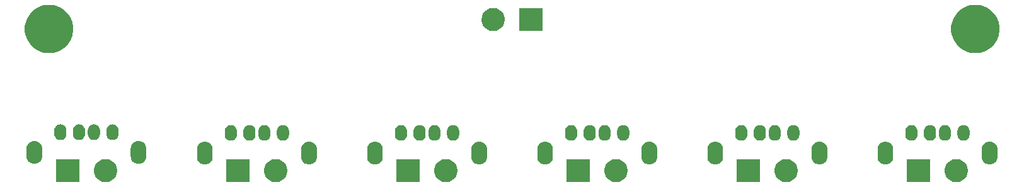
<source format=gbr>
G04 #@! TF.GenerationSoftware,KiCad,Pcbnew,5.1.6*
G04 #@! TF.CreationDate,2020-05-20T11:34:49+02:00*
G04 #@! TF.ProjectId,5V_power_dist,35565f70-6f77-4657-925f-646973742e6b,rev?*
G04 #@! TF.SameCoordinates,Original*
G04 #@! TF.FileFunction,Soldermask,Bot*
G04 #@! TF.FilePolarity,Negative*
%FSLAX46Y46*%
G04 Gerber Fmt 4.6, Leading zero omitted, Abs format (unit mm)*
G04 Created by KiCad (PCBNEW 5.1.6) date 2020-05-20 11:34:49*
%MOMM*%
%LPD*%
G01*
G04 APERTURE LIST*
%ADD10C,0.100000*%
G04 APERTURE END LIST*
D10*
G36*
X124762585Y-93728802D02*
G01*
X124912410Y-93758604D01*
X125194674Y-93875521D01*
X125448705Y-94045259D01*
X125664741Y-94261295D01*
X125834479Y-94515326D01*
X125951396Y-94797590D01*
X126011000Y-95097240D01*
X126011000Y-95402760D01*
X125951396Y-95702410D01*
X125834479Y-95984674D01*
X125664741Y-96238705D01*
X125448705Y-96454741D01*
X125194674Y-96624479D01*
X124912410Y-96741396D01*
X124762585Y-96771198D01*
X124612761Y-96801000D01*
X124307239Y-96801000D01*
X124157415Y-96771198D01*
X124007590Y-96741396D01*
X123725326Y-96624479D01*
X123471295Y-96454741D01*
X123255259Y-96238705D01*
X123085521Y-95984674D01*
X122968604Y-95702410D01*
X122909000Y-95402760D01*
X122909000Y-95097240D01*
X122968604Y-94797590D01*
X123085521Y-94515326D01*
X123255259Y-94261295D01*
X123471295Y-94045259D01*
X123725326Y-93875521D01*
X124007590Y-93758604D01*
X124157415Y-93728802D01*
X124307239Y-93699000D01*
X124612761Y-93699000D01*
X124762585Y-93728802D01*
G37*
G36*
X212371000Y-96801000D02*
G01*
X209269000Y-96801000D01*
X209269000Y-93699000D01*
X212371000Y-93699000D01*
X212371000Y-96801000D01*
G37*
G36*
X98071000Y-96801000D02*
G01*
X94969000Y-96801000D01*
X94969000Y-93699000D01*
X98071000Y-93699000D01*
X98071000Y-96801000D01*
G37*
G36*
X101902585Y-93728802D02*
G01*
X102052410Y-93758604D01*
X102334674Y-93875521D01*
X102588705Y-94045259D01*
X102804741Y-94261295D01*
X102974479Y-94515326D01*
X103091396Y-94797590D01*
X103151000Y-95097240D01*
X103151000Y-95402760D01*
X103091396Y-95702410D01*
X102974479Y-95984674D01*
X102804741Y-96238705D01*
X102588705Y-96454741D01*
X102334674Y-96624479D01*
X102052410Y-96741396D01*
X101902585Y-96771198D01*
X101752761Y-96801000D01*
X101447239Y-96801000D01*
X101297415Y-96771198D01*
X101147590Y-96741396D01*
X100865326Y-96624479D01*
X100611295Y-96454741D01*
X100395259Y-96238705D01*
X100225521Y-95984674D01*
X100108604Y-95702410D01*
X100049000Y-95402760D01*
X100049000Y-95097240D01*
X100108604Y-94797590D01*
X100225521Y-94515326D01*
X100395259Y-94261295D01*
X100611295Y-94045259D01*
X100865326Y-93875521D01*
X101147590Y-93758604D01*
X101297415Y-93728802D01*
X101447239Y-93699000D01*
X101752761Y-93699000D01*
X101902585Y-93728802D01*
G37*
G36*
X189511000Y-96801000D02*
G01*
X186409000Y-96801000D01*
X186409000Y-93699000D01*
X189511000Y-93699000D01*
X189511000Y-96801000D01*
G37*
G36*
X193342585Y-93728802D02*
G01*
X193492410Y-93758604D01*
X193774674Y-93875521D01*
X194028705Y-94045259D01*
X194244741Y-94261295D01*
X194414479Y-94515326D01*
X194531396Y-94797590D01*
X194591000Y-95097240D01*
X194591000Y-95402760D01*
X194531396Y-95702410D01*
X194414479Y-95984674D01*
X194244741Y-96238705D01*
X194028705Y-96454741D01*
X193774674Y-96624479D01*
X193492410Y-96741396D01*
X193342585Y-96771198D01*
X193192761Y-96801000D01*
X192887239Y-96801000D01*
X192737415Y-96771198D01*
X192587590Y-96741396D01*
X192305326Y-96624479D01*
X192051295Y-96454741D01*
X191835259Y-96238705D01*
X191665521Y-95984674D01*
X191548604Y-95702410D01*
X191489000Y-95402760D01*
X191489000Y-95097240D01*
X191548604Y-94797590D01*
X191665521Y-94515326D01*
X191835259Y-94261295D01*
X192051295Y-94045259D01*
X192305326Y-93875521D01*
X192587590Y-93758604D01*
X192737415Y-93728802D01*
X192887239Y-93699000D01*
X193192761Y-93699000D01*
X193342585Y-93728802D01*
G37*
G36*
X143791000Y-96801000D02*
G01*
X140689000Y-96801000D01*
X140689000Y-93699000D01*
X143791000Y-93699000D01*
X143791000Y-96801000D01*
G37*
G36*
X147622585Y-93728802D02*
G01*
X147772410Y-93758604D01*
X148054674Y-93875521D01*
X148308705Y-94045259D01*
X148524741Y-94261295D01*
X148694479Y-94515326D01*
X148811396Y-94797590D01*
X148871000Y-95097240D01*
X148871000Y-95402760D01*
X148811396Y-95702410D01*
X148694479Y-95984674D01*
X148524741Y-96238705D01*
X148308705Y-96454741D01*
X148054674Y-96624479D01*
X147772410Y-96741396D01*
X147622585Y-96771198D01*
X147472761Y-96801000D01*
X147167239Y-96801000D01*
X147017415Y-96771198D01*
X146867590Y-96741396D01*
X146585326Y-96624479D01*
X146331295Y-96454741D01*
X146115259Y-96238705D01*
X145945521Y-95984674D01*
X145828604Y-95702410D01*
X145769000Y-95402760D01*
X145769000Y-95097240D01*
X145828604Y-94797590D01*
X145945521Y-94515326D01*
X146115259Y-94261295D01*
X146331295Y-94045259D01*
X146585326Y-93875521D01*
X146867590Y-93758604D01*
X147017415Y-93728802D01*
X147167239Y-93699000D01*
X147472761Y-93699000D01*
X147622585Y-93728802D01*
G37*
G36*
X216202585Y-93728802D02*
G01*
X216352410Y-93758604D01*
X216634674Y-93875521D01*
X216888705Y-94045259D01*
X217104741Y-94261295D01*
X217274479Y-94515326D01*
X217391396Y-94797590D01*
X217451000Y-95097240D01*
X217451000Y-95402760D01*
X217391396Y-95702410D01*
X217274479Y-95984674D01*
X217104741Y-96238705D01*
X216888705Y-96454741D01*
X216634674Y-96624479D01*
X216352410Y-96741396D01*
X216202585Y-96771198D01*
X216052761Y-96801000D01*
X215747239Y-96801000D01*
X215597415Y-96771198D01*
X215447590Y-96741396D01*
X215165326Y-96624479D01*
X214911295Y-96454741D01*
X214695259Y-96238705D01*
X214525521Y-95984674D01*
X214408604Y-95702410D01*
X214349000Y-95402760D01*
X214349000Y-95097240D01*
X214408604Y-94797590D01*
X214525521Y-94515326D01*
X214695259Y-94261295D01*
X214911295Y-94045259D01*
X215165326Y-93875521D01*
X215447590Y-93758604D01*
X215597415Y-93728802D01*
X215747239Y-93699000D01*
X216052761Y-93699000D01*
X216202585Y-93728802D01*
G37*
G36*
X166651000Y-96801000D02*
G01*
X163549000Y-96801000D01*
X163549000Y-93699000D01*
X166651000Y-93699000D01*
X166651000Y-96801000D01*
G37*
G36*
X170482585Y-93728802D02*
G01*
X170632410Y-93758604D01*
X170914674Y-93875521D01*
X171168705Y-94045259D01*
X171384741Y-94261295D01*
X171554479Y-94515326D01*
X171671396Y-94797590D01*
X171731000Y-95097240D01*
X171731000Y-95402760D01*
X171671396Y-95702410D01*
X171554479Y-95984674D01*
X171384741Y-96238705D01*
X171168705Y-96454741D01*
X170914674Y-96624479D01*
X170632410Y-96741396D01*
X170482585Y-96771198D01*
X170332761Y-96801000D01*
X170027239Y-96801000D01*
X169877415Y-96771198D01*
X169727590Y-96741396D01*
X169445326Y-96624479D01*
X169191295Y-96454741D01*
X168975259Y-96238705D01*
X168805521Y-95984674D01*
X168688604Y-95702410D01*
X168629000Y-95402760D01*
X168629000Y-95097240D01*
X168688604Y-94797590D01*
X168805521Y-94515326D01*
X168975259Y-94261295D01*
X169191295Y-94045259D01*
X169445326Y-93875521D01*
X169727590Y-93758604D01*
X169877415Y-93728802D01*
X170027239Y-93699000D01*
X170332761Y-93699000D01*
X170482585Y-93728802D01*
G37*
G36*
X120931000Y-96801000D02*
G01*
X117829000Y-96801000D01*
X117829000Y-93699000D01*
X120931000Y-93699000D01*
X120931000Y-96801000D01*
G37*
G36*
X220566031Y-91344207D02*
G01*
X220764145Y-91404305D01*
X220764148Y-91404306D01*
X220830030Y-91439521D01*
X220946729Y-91501897D01*
X221106765Y-91633235D01*
X221238103Y-91793271D01*
X221238104Y-91793273D01*
X221335694Y-91975851D01*
X221335694Y-91975852D01*
X221335695Y-91975854D01*
X221395793Y-92173968D01*
X221411000Y-92328370D01*
X221411000Y-93431630D01*
X221395793Y-93586032D01*
X221361524Y-93699000D01*
X221335694Y-93784149D01*
X221286854Y-93875521D01*
X221238103Y-93966729D01*
X221106765Y-94126765D01*
X220946729Y-94258103D01*
X220860975Y-94303939D01*
X220764149Y-94355694D01*
X220764146Y-94355695D01*
X220566032Y-94415793D01*
X220360000Y-94436085D01*
X220153969Y-94415793D01*
X219955855Y-94355695D01*
X219955852Y-94355694D01*
X219859026Y-94303939D01*
X219773272Y-94258103D01*
X219613236Y-94126765D01*
X219481898Y-93966729D01*
X219459184Y-93924234D01*
X219384305Y-93784147D01*
X219324207Y-93586030D01*
X219309000Y-93431631D01*
X219309000Y-92328370D01*
X219324207Y-92173971D01*
X219324207Y-92173969D01*
X219384305Y-91975855D01*
X219384306Y-91975852D01*
X219419521Y-91909970D01*
X219481897Y-91793271D01*
X219613235Y-91633235D01*
X219773271Y-91501897D01*
X219859025Y-91456061D01*
X219955851Y-91404306D01*
X219955854Y-91404305D01*
X220153968Y-91344207D01*
X220360000Y-91323915D01*
X220566031Y-91344207D01*
G37*
G36*
X197706031Y-91344207D02*
G01*
X197904145Y-91404305D01*
X197904148Y-91404306D01*
X197970030Y-91439521D01*
X198086729Y-91501897D01*
X198246765Y-91633235D01*
X198378103Y-91793271D01*
X198378104Y-91793273D01*
X198475694Y-91975851D01*
X198475694Y-91975852D01*
X198475695Y-91975854D01*
X198535793Y-92173968D01*
X198551000Y-92328370D01*
X198551000Y-93431630D01*
X198535793Y-93586032D01*
X198501524Y-93699000D01*
X198475694Y-93784149D01*
X198426854Y-93875521D01*
X198378103Y-93966729D01*
X198246765Y-94126765D01*
X198086729Y-94258103D01*
X198000975Y-94303939D01*
X197904149Y-94355694D01*
X197904146Y-94355695D01*
X197706032Y-94415793D01*
X197500000Y-94436085D01*
X197293969Y-94415793D01*
X197095855Y-94355695D01*
X197095852Y-94355694D01*
X196999026Y-94303939D01*
X196913272Y-94258103D01*
X196753236Y-94126765D01*
X196621898Y-93966729D01*
X196599184Y-93924234D01*
X196524305Y-93784147D01*
X196464207Y-93586030D01*
X196449000Y-93431631D01*
X196449000Y-92328370D01*
X196464207Y-92173971D01*
X196464207Y-92173969D01*
X196524305Y-91975855D01*
X196524306Y-91975852D01*
X196559521Y-91909970D01*
X196621897Y-91793271D01*
X196753235Y-91633235D01*
X196913271Y-91501897D01*
X196999025Y-91456061D01*
X197095851Y-91404306D01*
X197095854Y-91404305D01*
X197293968Y-91344207D01*
X197500000Y-91323915D01*
X197706031Y-91344207D01*
G37*
G36*
X183706031Y-91344207D02*
G01*
X183904145Y-91404305D01*
X183904148Y-91404306D01*
X183970030Y-91439521D01*
X184086729Y-91501897D01*
X184246765Y-91633235D01*
X184378103Y-91793271D01*
X184378104Y-91793273D01*
X184475694Y-91975851D01*
X184475694Y-91975852D01*
X184475695Y-91975854D01*
X184535793Y-92173968D01*
X184551000Y-92328370D01*
X184551000Y-93431630D01*
X184535793Y-93586032D01*
X184501524Y-93699000D01*
X184475694Y-93784149D01*
X184426854Y-93875521D01*
X184378103Y-93966729D01*
X184246765Y-94126765D01*
X184086729Y-94258103D01*
X184000975Y-94303939D01*
X183904149Y-94355694D01*
X183904146Y-94355695D01*
X183706032Y-94415793D01*
X183500000Y-94436085D01*
X183293969Y-94415793D01*
X183095855Y-94355695D01*
X183095852Y-94355694D01*
X182999026Y-94303939D01*
X182913272Y-94258103D01*
X182753236Y-94126765D01*
X182621898Y-93966729D01*
X182599184Y-93924235D01*
X182524305Y-93784147D01*
X182464207Y-93586030D01*
X182449000Y-93431631D01*
X182449000Y-92328370D01*
X182464207Y-92173971D01*
X182464207Y-92173969D01*
X182524305Y-91975855D01*
X182524306Y-91975852D01*
X182559521Y-91909970D01*
X182621897Y-91793271D01*
X182753235Y-91633235D01*
X182913271Y-91501897D01*
X182999025Y-91456061D01*
X183095851Y-91404306D01*
X183095854Y-91404305D01*
X183293968Y-91344207D01*
X183500000Y-91323915D01*
X183706031Y-91344207D01*
G37*
G36*
X137986031Y-91344207D02*
G01*
X138184145Y-91404305D01*
X138184148Y-91404306D01*
X138250030Y-91439521D01*
X138366729Y-91501897D01*
X138526765Y-91633235D01*
X138658103Y-91793271D01*
X138658104Y-91793273D01*
X138755694Y-91975851D01*
X138755694Y-91975852D01*
X138755695Y-91975854D01*
X138815793Y-92173968D01*
X138831000Y-92328370D01*
X138831000Y-93431630D01*
X138815793Y-93586032D01*
X138781524Y-93699000D01*
X138755694Y-93784149D01*
X138706854Y-93875521D01*
X138658103Y-93966729D01*
X138526765Y-94126765D01*
X138366729Y-94258103D01*
X138280975Y-94303939D01*
X138184149Y-94355694D01*
X138184146Y-94355695D01*
X137986032Y-94415793D01*
X137780000Y-94436085D01*
X137573969Y-94415793D01*
X137375855Y-94355695D01*
X137375852Y-94355694D01*
X137279026Y-94303939D01*
X137193272Y-94258103D01*
X137033236Y-94126765D01*
X136901898Y-93966729D01*
X136879184Y-93924235D01*
X136804305Y-93784147D01*
X136744207Y-93586030D01*
X136729000Y-93431631D01*
X136729000Y-92328370D01*
X136744207Y-92173971D01*
X136744207Y-92173969D01*
X136804305Y-91975855D01*
X136804306Y-91975852D01*
X136839521Y-91909970D01*
X136901897Y-91793271D01*
X137033235Y-91633235D01*
X137193271Y-91501897D01*
X137279025Y-91456061D01*
X137375851Y-91404306D01*
X137375854Y-91404305D01*
X137573968Y-91344207D01*
X137780000Y-91323915D01*
X137986031Y-91344207D01*
G37*
G36*
X151986031Y-91344207D02*
G01*
X152184145Y-91404305D01*
X152184148Y-91404306D01*
X152250030Y-91439521D01*
X152366729Y-91501897D01*
X152526765Y-91633235D01*
X152658103Y-91793271D01*
X152658104Y-91793273D01*
X152755694Y-91975851D01*
X152755694Y-91975852D01*
X152755695Y-91975854D01*
X152815793Y-92173968D01*
X152831000Y-92328370D01*
X152831000Y-93431630D01*
X152815793Y-93586032D01*
X152781524Y-93699000D01*
X152755694Y-93784149D01*
X152706854Y-93875521D01*
X152658103Y-93966729D01*
X152526765Y-94126765D01*
X152366729Y-94258103D01*
X152280975Y-94303939D01*
X152184149Y-94355694D01*
X152184146Y-94355695D01*
X151986032Y-94415793D01*
X151780000Y-94436085D01*
X151573969Y-94415793D01*
X151375855Y-94355695D01*
X151375852Y-94355694D01*
X151279026Y-94303939D01*
X151193272Y-94258103D01*
X151033236Y-94126765D01*
X150901898Y-93966729D01*
X150879184Y-93924235D01*
X150804305Y-93784147D01*
X150744207Y-93586030D01*
X150729000Y-93431631D01*
X150729000Y-92328370D01*
X150744207Y-92173971D01*
X150744207Y-92173969D01*
X150804305Y-91975855D01*
X150804306Y-91975852D01*
X150839521Y-91909970D01*
X150901897Y-91793271D01*
X151033235Y-91633235D01*
X151193271Y-91501897D01*
X151279025Y-91456061D01*
X151375851Y-91404306D01*
X151375854Y-91404305D01*
X151573968Y-91344207D01*
X151780000Y-91323915D01*
X151986031Y-91344207D01*
G37*
G36*
X206566031Y-91344207D02*
G01*
X206764145Y-91404305D01*
X206764148Y-91404306D01*
X206830030Y-91439521D01*
X206946729Y-91501897D01*
X207106765Y-91633235D01*
X207238103Y-91793271D01*
X207238104Y-91793273D01*
X207335694Y-91975851D01*
X207335694Y-91975852D01*
X207335695Y-91975854D01*
X207395793Y-92173968D01*
X207411000Y-92328370D01*
X207411000Y-93431630D01*
X207395793Y-93586032D01*
X207361524Y-93699000D01*
X207335694Y-93784149D01*
X207286854Y-93875521D01*
X207238103Y-93966729D01*
X207106765Y-94126765D01*
X206946729Y-94258103D01*
X206860975Y-94303939D01*
X206764149Y-94355694D01*
X206764146Y-94355695D01*
X206566032Y-94415793D01*
X206360000Y-94436085D01*
X206153969Y-94415793D01*
X205955855Y-94355695D01*
X205955852Y-94355694D01*
X205859026Y-94303939D01*
X205773272Y-94258103D01*
X205613236Y-94126765D01*
X205481898Y-93966729D01*
X205459184Y-93924234D01*
X205384305Y-93784147D01*
X205324207Y-93586030D01*
X205309000Y-93431631D01*
X205309000Y-92328370D01*
X205324207Y-92173971D01*
X205324207Y-92173969D01*
X205384305Y-91975855D01*
X205384306Y-91975852D01*
X205419521Y-91909970D01*
X205481897Y-91793271D01*
X205613235Y-91633235D01*
X205773271Y-91501897D01*
X205859025Y-91456061D01*
X205955851Y-91404306D01*
X205955854Y-91404305D01*
X206153968Y-91344207D01*
X206360000Y-91323915D01*
X206566031Y-91344207D01*
G37*
G36*
X174846031Y-91344207D02*
G01*
X175044145Y-91404305D01*
X175044148Y-91404306D01*
X175110030Y-91439521D01*
X175226729Y-91501897D01*
X175386765Y-91633235D01*
X175518103Y-91793271D01*
X175518104Y-91793273D01*
X175615694Y-91975851D01*
X175615694Y-91975852D01*
X175615695Y-91975854D01*
X175675793Y-92173968D01*
X175691000Y-92328370D01*
X175691000Y-93431630D01*
X175675793Y-93586032D01*
X175641524Y-93699000D01*
X175615694Y-93784149D01*
X175566854Y-93875521D01*
X175518103Y-93966729D01*
X175386765Y-94126765D01*
X175226729Y-94258103D01*
X175140975Y-94303939D01*
X175044149Y-94355694D01*
X175044146Y-94355695D01*
X174846032Y-94415793D01*
X174640000Y-94436085D01*
X174433969Y-94415793D01*
X174235855Y-94355695D01*
X174235852Y-94355694D01*
X174139026Y-94303939D01*
X174053272Y-94258103D01*
X173893236Y-94126765D01*
X173761898Y-93966729D01*
X173739184Y-93924235D01*
X173664305Y-93784147D01*
X173604207Y-93586030D01*
X173589000Y-93431631D01*
X173589000Y-92328370D01*
X173604207Y-92173971D01*
X173604207Y-92173969D01*
X173664305Y-91975855D01*
X173664306Y-91975852D01*
X173699521Y-91909970D01*
X173761897Y-91793271D01*
X173893235Y-91633235D01*
X174053271Y-91501897D01*
X174139025Y-91456061D01*
X174235851Y-91404306D01*
X174235854Y-91404305D01*
X174433968Y-91344207D01*
X174640000Y-91323915D01*
X174846031Y-91344207D01*
G37*
G36*
X160846031Y-91344207D02*
G01*
X161044145Y-91404305D01*
X161044148Y-91404306D01*
X161110030Y-91439521D01*
X161226729Y-91501897D01*
X161386765Y-91633235D01*
X161518103Y-91793271D01*
X161518104Y-91793273D01*
X161615694Y-91975851D01*
X161615694Y-91975852D01*
X161615695Y-91975854D01*
X161675793Y-92173968D01*
X161691000Y-92328370D01*
X161691000Y-93431630D01*
X161675793Y-93586032D01*
X161641524Y-93699000D01*
X161615694Y-93784149D01*
X161566854Y-93875521D01*
X161518103Y-93966729D01*
X161386765Y-94126765D01*
X161226729Y-94258103D01*
X161140975Y-94303939D01*
X161044149Y-94355694D01*
X161044146Y-94355695D01*
X160846032Y-94415793D01*
X160640000Y-94436085D01*
X160433969Y-94415793D01*
X160235855Y-94355695D01*
X160235852Y-94355694D01*
X160139026Y-94303939D01*
X160053272Y-94258103D01*
X159893236Y-94126765D01*
X159761898Y-93966729D01*
X159739184Y-93924235D01*
X159664305Y-93784147D01*
X159604207Y-93586030D01*
X159589000Y-93431631D01*
X159589000Y-92328370D01*
X159604207Y-92173971D01*
X159604207Y-92173969D01*
X159664305Y-91975855D01*
X159664306Y-91975852D01*
X159699521Y-91909970D01*
X159761897Y-91793271D01*
X159893235Y-91633235D01*
X160053271Y-91501897D01*
X160139025Y-91456061D01*
X160235851Y-91404306D01*
X160235854Y-91404305D01*
X160433968Y-91344207D01*
X160640000Y-91323915D01*
X160846031Y-91344207D01*
G37*
G36*
X129126031Y-91344207D02*
G01*
X129324145Y-91404305D01*
X129324148Y-91404306D01*
X129390030Y-91439521D01*
X129506729Y-91501897D01*
X129666765Y-91633235D01*
X129798103Y-91793271D01*
X129798104Y-91793273D01*
X129895694Y-91975851D01*
X129895694Y-91975852D01*
X129895695Y-91975854D01*
X129955793Y-92173968D01*
X129971000Y-92328370D01*
X129971000Y-93431630D01*
X129955793Y-93586032D01*
X129921524Y-93699000D01*
X129895694Y-93784149D01*
X129846854Y-93875521D01*
X129798103Y-93966729D01*
X129666765Y-94126765D01*
X129506729Y-94258103D01*
X129420975Y-94303939D01*
X129324149Y-94355694D01*
X129324146Y-94355695D01*
X129126032Y-94415793D01*
X128920000Y-94436085D01*
X128713969Y-94415793D01*
X128515855Y-94355695D01*
X128515852Y-94355694D01*
X128419026Y-94303939D01*
X128333272Y-94258103D01*
X128173236Y-94126765D01*
X128041898Y-93966729D01*
X128019184Y-93924235D01*
X127944305Y-93784147D01*
X127884207Y-93586030D01*
X127869000Y-93431631D01*
X127869000Y-92328370D01*
X127884207Y-92173971D01*
X127884207Y-92173969D01*
X127944305Y-91975855D01*
X127944306Y-91975852D01*
X127979521Y-91909970D01*
X128041897Y-91793271D01*
X128173235Y-91633235D01*
X128333271Y-91501897D01*
X128419025Y-91456061D01*
X128515851Y-91404306D01*
X128515854Y-91404305D01*
X128713968Y-91344207D01*
X128920000Y-91323915D01*
X129126031Y-91344207D01*
G37*
G36*
X115126031Y-91344207D02*
G01*
X115324145Y-91404305D01*
X115324148Y-91404306D01*
X115390030Y-91439521D01*
X115506729Y-91501897D01*
X115666765Y-91633235D01*
X115798103Y-91793271D01*
X115798104Y-91793273D01*
X115895694Y-91975851D01*
X115895694Y-91975852D01*
X115895695Y-91975854D01*
X115955793Y-92173968D01*
X115971000Y-92328370D01*
X115971000Y-93431630D01*
X115955793Y-93586032D01*
X115921524Y-93699000D01*
X115895694Y-93784149D01*
X115846854Y-93875521D01*
X115798103Y-93966729D01*
X115666765Y-94126765D01*
X115506729Y-94258103D01*
X115420975Y-94303939D01*
X115324149Y-94355694D01*
X115324146Y-94355695D01*
X115126032Y-94415793D01*
X114920000Y-94436085D01*
X114713969Y-94415793D01*
X114515855Y-94355695D01*
X114515852Y-94355694D01*
X114419026Y-94303939D01*
X114333272Y-94258103D01*
X114173236Y-94126765D01*
X114041898Y-93966729D01*
X114019184Y-93924235D01*
X113944305Y-93784147D01*
X113884207Y-93586030D01*
X113869000Y-93431631D01*
X113869000Y-92328370D01*
X113884207Y-92173971D01*
X113884207Y-92173969D01*
X113944305Y-91975855D01*
X113944306Y-91975852D01*
X113979521Y-91909970D01*
X114041897Y-91793271D01*
X114173235Y-91633235D01*
X114333271Y-91501897D01*
X114419025Y-91456061D01*
X114515851Y-91404306D01*
X114515854Y-91404305D01*
X114713968Y-91344207D01*
X114920000Y-91323915D01*
X115126031Y-91344207D01*
G37*
G36*
X92221030Y-91254207D02*
G01*
X92419144Y-91314305D01*
X92419147Y-91314306D01*
X92485029Y-91349521D01*
X92601728Y-91411897D01*
X92761764Y-91543235D01*
X92893102Y-91703271D01*
X92893103Y-91703273D01*
X92990693Y-91885851D01*
X92990693Y-91885852D01*
X92990694Y-91885854D01*
X93050792Y-92083968D01*
X93065999Y-92238370D01*
X93065999Y-93341630D01*
X93050792Y-93496032D01*
X93023491Y-93586030D01*
X92990693Y-93694149D01*
X92988100Y-93699000D01*
X92893102Y-93876729D01*
X92761764Y-94036765D01*
X92601728Y-94168103D01*
X92515974Y-94213939D01*
X92419148Y-94265694D01*
X92419145Y-94265695D01*
X92221031Y-94325793D01*
X92014999Y-94346085D01*
X91808968Y-94325793D01*
X91610854Y-94265695D01*
X91610851Y-94265694D01*
X91514025Y-94213939D01*
X91428271Y-94168103D01*
X91268235Y-94036765D01*
X91136897Y-93876729D01*
X91087411Y-93784147D01*
X91039304Y-93694147D01*
X90979206Y-93496030D01*
X90963999Y-93341631D01*
X90963999Y-92238370D01*
X90979206Y-92083971D01*
X90979206Y-92083969D01*
X91039304Y-91885855D01*
X91039305Y-91885852D01*
X91088791Y-91793271D01*
X91136896Y-91703271D01*
X91268234Y-91543235D01*
X91428270Y-91411897D01*
X91514024Y-91366061D01*
X91610850Y-91314306D01*
X91610853Y-91314305D01*
X91808967Y-91254207D01*
X92014999Y-91233915D01*
X92221030Y-91254207D01*
G37*
G36*
X106221030Y-91254207D02*
G01*
X106419144Y-91314305D01*
X106419147Y-91314306D01*
X106485029Y-91349521D01*
X106601728Y-91411897D01*
X106761764Y-91543235D01*
X106893102Y-91703271D01*
X106893103Y-91703273D01*
X106990693Y-91885851D01*
X106990693Y-91885852D01*
X106990694Y-91885854D01*
X107050792Y-92083968D01*
X107065999Y-92238370D01*
X107065999Y-93341630D01*
X107050792Y-93496032D01*
X107023491Y-93586030D01*
X106990693Y-93694149D01*
X106988100Y-93699000D01*
X106893102Y-93876729D01*
X106761764Y-94036765D01*
X106601728Y-94168103D01*
X106515974Y-94213939D01*
X106419148Y-94265694D01*
X106419145Y-94265695D01*
X106221031Y-94325793D01*
X106014999Y-94346085D01*
X105808968Y-94325793D01*
X105610854Y-94265695D01*
X105610851Y-94265694D01*
X105514025Y-94213939D01*
X105428271Y-94168103D01*
X105268235Y-94036765D01*
X105136897Y-93876729D01*
X105087411Y-93784147D01*
X105039304Y-93694147D01*
X104979206Y-93496030D01*
X104963999Y-93341631D01*
X104963999Y-92238370D01*
X104979206Y-92083971D01*
X104979206Y-92083969D01*
X105039304Y-91885855D01*
X105039305Y-91885852D01*
X105088791Y-91793271D01*
X105136896Y-91703271D01*
X105268234Y-91543235D01*
X105428270Y-91411897D01*
X105514024Y-91366061D01*
X105610850Y-91314306D01*
X105610853Y-91314305D01*
X105808967Y-91254207D01*
X106014999Y-91233915D01*
X106221030Y-91254207D01*
G37*
G36*
X168799375Y-89130764D02*
G01*
X168952626Y-89177252D01*
X168952629Y-89177253D01*
X169093863Y-89252744D01*
X169217659Y-89354341D01*
X169319256Y-89478137D01*
X169394747Y-89619370D01*
X169394747Y-89619371D01*
X169394748Y-89619373D01*
X169441236Y-89772624D01*
X169453000Y-89892067D01*
X169453000Y-90447932D01*
X169441236Y-90567376D01*
X169422049Y-90630627D01*
X169394747Y-90720630D01*
X169319256Y-90861863D01*
X169217659Y-90985659D01*
X169093863Y-91087256D01*
X168952630Y-91162747D01*
X168952627Y-91162748D01*
X168799376Y-91209236D01*
X168640000Y-91224933D01*
X168480625Y-91209236D01*
X168327374Y-91162748D01*
X168327371Y-91162747D01*
X168186138Y-91087256D01*
X168062342Y-90985659D01*
X167960746Y-90861865D01*
X167960745Y-90861863D01*
X167885252Y-90720627D01*
X167838764Y-90567376D01*
X167827000Y-90447933D01*
X167827000Y-89892068D01*
X167838764Y-89772625D01*
X167885252Y-89619374D01*
X167885253Y-89619371D01*
X167960744Y-89478137D01*
X168062341Y-89354341D01*
X168186137Y-89252744D01*
X168327370Y-89177253D01*
X168327373Y-89177252D01*
X168480624Y-89130764D01*
X168640000Y-89115067D01*
X168799375Y-89130764D01*
G37*
G36*
X171299375Y-89130764D02*
G01*
X171452626Y-89177252D01*
X171452629Y-89177253D01*
X171593863Y-89252744D01*
X171717659Y-89354341D01*
X171819256Y-89478137D01*
X171894747Y-89619370D01*
X171894747Y-89619371D01*
X171894748Y-89619373D01*
X171941236Y-89772624D01*
X171953000Y-89892067D01*
X171953000Y-90447932D01*
X171941236Y-90567376D01*
X171922049Y-90630627D01*
X171894747Y-90720630D01*
X171819256Y-90861863D01*
X171717659Y-90985659D01*
X171593863Y-91087256D01*
X171452630Y-91162747D01*
X171452627Y-91162748D01*
X171299376Y-91209236D01*
X171140000Y-91224933D01*
X170980625Y-91209236D01*
X170827374Y-91162748D01*
X170827371Y-91162747D01*
X170686138Y-91087256D01*
X170562342Y-90985659D01*
X170460746Y-90861865D01*
X170460745Y-90861863D01*
X170385252Y-90720627D01*
X170338764Y-90567376D01*
X170327000Y-90447933D01*
X170327000Y-89892068D01*
X170338764Y-89772625D01*
X170385252Y-89619374D01*
X170385253Y-89619371D01*
X170460744Y-89478137D01*
X170562341Y-89354341D01*
X170686137Y-89252744D01*
X170827370Y-89177253D01*
X170827373Y-89177252D01*
X170980624Y-89130764D01*
X171140000Y-89115067D01*
X171299375Y-89130764D01*
G37*
G36*
X143939375Y-89130764D02*
G01*
X144092626Y-89177252D01*
X144092629Y-89177253D01*
X144233863Y-89252744D01*
X144357659Y-89354341D01*
X144459256Y-89478137D01*
X144534747Y-89619370D01*
X144534747Y-89619371D01*
X144534748Y-89619373D01*
X144581236Y-89772624D01*
X144593000Y-89892067D01*
X144593000Y-90447932D01*
X144581236Y-90567376D01*
X144562049Y-90630627D01*
X144534747Y-90720630D01*
X144459256Y-90861863D01*
X144357659Y-90985659D01*
X144233863Y-91087256D01*
X144092630Y-91162747D01*
X144092627Y-91162748D01*
X143939376Y-91209236D01*
X143780000Y-91224933D01*
X143620625Y-91209236D01*
X143467374Y-91162748D01*
X143467371Y-91162747D01*
X143326138Y-91087256D01*
X143202342Y-90985659D01*
X143100746Y-90861865D01*
X143100745Y-90861863D01*
X143025252Y-90720627D01*
X142978764Y-90567376D01*
X142967000Y-90447933D01*
X142967000Y-89892068D01*
X142978764Y-89772625D01*
X143025252Y-89619374D01*
X143025253Y-89619371D01*
X143100744Y-89478137D01*
X143202341Y-89354341D01*
X143326137Y-89252744D01*
X143467370Y-89177253D01*
X143467373Y-89177252D01*
X143620624Y-89130764D01*
X143780000Y-89115067D01*
X143939375Y-89130764D01*
G37*
G36*
X145939375Y-89130764D02*
G01*
X146092626Y-89177252D01*
X146092629Y-89177253D01*
X146233863Y-89252744D01*
X146357659Y-89354341D01*
X146459256Y-89478137D01*
X146534747Y-89619370D01*
X146534747Y-89619371D01*
X146534748Y-89619373D01*
X146581236Y-89772624D01*
X146593000Y-89892067D01*
X146593000Y-90447932D01*
X146581236Y-90567376D01*
X146562049Y-90630627D01*
X146534747Y-90720630D01*
X146459256Y-90861863D01*
X146357659Y-90985659D01*
X146233863Y-91087256D01*
X146092630Y-91162747D01*
X146092627Y-91162748D01*
X145939376Y-91209236D01*
X145780000Y-91224933D01*
X145620625Y-91209236D01*
X145467374Y-91162748D01*
X145467371Y-91162747D01*
X145326138Y-91087256D01*
X145202342Y-90985659D01*
X145100746Y-90861865D01*
X145100745Y-90861863D01*
X145025252Y-90720627D01*
X144978764Y-90567376D01*
X144967000Y-90447933D01*
X144967000Y-89892068D01*
X144978764Y-89772625D01*
X145025252Y-89619374D01*
X145025253Y-89619371D01*
X145100744Y-89478137D01*
X145202341Y-89354341D01*
X145326137Y-89252744D01*
X145467370Y-89177253D01*
X145467373Y-89177252D01*
X145620624Y-89130764D01*
X145780000Y-89115067D01*
X145939375Y-89130764D01*
G37*
G36*
X189659375Y-89130764D02*
G01*
X189812626Y-89177252D01*
X189812629Y-89177253D01*
X189953863Y-89252744D01*
X190077659Y-89354341D01*
X190179256Y-89478137D01*
X190254747Y-89619370D01*
X190254747Y-89619371D01*
X190254748Y-89619373D01*
X190301236Y-89772624D01*
X190313000Y-89892067D01*
X190313000Y-90447932D01*
X190301236Y-90567376D01*
X190282049Y-90630627D01*
X190254747Y-90720630D01*
X190179256Y-90861863D01*
X190077659Y-90985659D01*
X189953863Y-91087256D01*
X189812630Y-91162747D01*
X189812627Y-91162748D01*
X189659376Y-91209236D01*
X189500000Y-91224933D01*
X189340625Y-91209236D01*
X189187374Y-91162748D01*
X189187371Y-91162747D01*
X189046138Y-91087256D01*
X188922342Y-90985659D01*
X188820746Y-90861865D01*
X188820745Y-90861863D01*
X188745252Y-90720627D01*
X188698764Y-90567376D01*
X188687000Y-90447933D01*
X188687000Y-89892068D01*
X188698764Y-89772625D01*
X188745252Y-89619374D01*
X188745253Y-89619371D01*
X188820744Y-89478137D01*
X188922341Y-89354341D01*
X189046137Y-89252744D01*
X189187370Y-89177253D01*
X189187373Y-89177252D01*
X189340624Y-89130764D01*
X189500000Y-89115067D01*
X189659375Y-89130764D01*
G37*
G36*
X191659375Y-89130764D02*
G01*
X191812626Y-89177252D01*
X191812629Y-89177253D01*
X191953863Y-89252744D01*
X192077659Y-89354341D01*
X192179256Y-89478137D01*
X192254747Y-89619370D01*
X192254747Y-89619371D01*
X192254748Y-89619373D01*
X192301236Y-89772624D01*
X192313000Y-89892067D01*
X192313000Y-90447932D01*
X192301236Y-90567376D01*
X192282049Y-90630627D01*
X192254747Y-90720630D01*
X192179256Y-90861863D01*
X192077659Y-90985659D01*
X191953863Y-91087256D01*
X191812630Y-91162747D01*
X191812627Y-91162748D01*
X191659376Y-91209236D01*
X191500000Y-91224933D01*
X191340625Y-91209236D01*
X191187374Y-91162748D01*
X191187371Y-91162747D01*
X191046138Y-91087256D01*
X190922342Y-90985659D01*
X190820746Y-90861865D01*
X190820745Y-90861863D01*
X190745252Y-90720627D01*
X190698764Y-90567376D01*
X190687000Y-90447933D01*
X190687000Y-89892068D01*
X190698764Y-89772625D01*
X190745252Y-89619374D01*
X190745253Y-89619371D01*
X190820744Y-89478137D01*
X190922341Y-89354341D01*
X191046137Y-89252744D01*
X191187370Y-89177253D01*
X191187373Y-89177252D01*
X191340624Y-89130764D01*
X191500000Y-89115067D01*
X191659375Y-89130764D01*
G37*
G36*
X141439375Y-89130764D02*
G01*
X141592626Y-89177252D01*
X141592629Y-89177253D01*
X141733863Y-89252744D01*
X141857659Y-89354341D01*
X141959256Y-89478137D01*
X142034747Y-89619370D01*
X142034747Y-89619371D01*
X142034748Y-89619373D01*
X142081236Y-89772624D01*
X142093000Y-89892067D01*
X142093000Y-90447932D01*
X142081236Y-90567376D01*
X142062049Y-90630627D01*
X142034747Y-90720630D01*
X141959256Y-90861863D01*
X141857659Y-90985659D01*
X141733863Y-91087256D01*
X141592630Y-91162747D01*
X141592627Y-91162748D01*
X141439376Y-91209236D01*
X141280000Y-91224933D01*
X141120625Y-91209236D01*
X140967374Y-91162748D01*
X140967371Y-91162747D01*
X140826138Y-91087256D01*
X140702342Y-90985659D01*
X140600746Y-90861865D01*
X140600745Y-90861863D01*
X140525252Y-90720627D01*
X140478764Y-90567376D01*
X140467000Y-90447933D01*
X140467000Y-89892068D01*
X140478764Y-89772625D01*
X140525252Y-89619374D01*
X140525253Y-89619371D01*
X140600744Y-89478137D01*
X140702341Y-89354341D01*
X140826137Y-89252744D01*
X140967370Y-89177253D01*
X140967373Y-89177252D01*
X141120624Y-89130764D01*
X141280000Y-89115067D01*
X141439375Y-89130764D01*
G37*
G36*
X194159375Y-89130764D02*
G01*
X194312626Y-89177252D01*
X194312629Y-89177253D01*
X194453863Y-89252744D01*
X194577659Y-89354341D01*
X194679256Y-89478137D01*
X194754747Y-89619370D01*
X194754747Y-89619371D01*
X194754748Y-89619373D01*
X194801236Y-89772624D01*
X194813000Y-89892067D01*
X194813000Y-90447932D01*
X194801236Y-90567376D01*
X194782049Y-90630627D01*
X194754747Y-90720630D01*
X194679256Y-90861863D01*
X194577659Y-90985659D01*
X194453863Y-91087256D01*
X194312630Y-91162747D01*
X194312627Y-91162748D01*
X194159376Y-91209236D01*
X194000000Y-91224933D01*
X193840625Y-91209236D01*
X193687374Y-91162748D01*
X193687371Y-91162747D01*
X193546138Y-91087256D01*
X193422342Y-90985659D01*
X193320746Y-90861865D01*
X193320745Y-90861863D01*
X193245252Y-90720627D01*
X193198764Y-90567376D01*
X193187000Y-90447933D01*
X193187000Y-89892068D01*
X193198764Y-89772625D01*
X193245252Y-89619374D01*
X193245253Y-89619371D01*
X193320744Y-89478137D01*
X193422341Y-89354341D01*
X193546137Y-89252744D01*
X193687370Y-89177253D01*
X193687373Y-89177252D01*
X193840624Y-89130764D01*
X194000000Y-89115067D01*
X194159375Y-89130764D01*
G37*
G36*
X121079375Y-89130764D02*
G01*
X121232626Y-89177252D01*
X121232629Y-89177253D01*
X121373863Y-89252744D01*
X121497659Y-89354341D01*
X121599256Y-89478137D01*
X121674747Y-89619370D01*
X121674747Y-89619371D01*
X121674748Y-89619373D01*
X121721236Y-89772624D01*
X121733000Y-89892067D01*
X121733000Y-90447932D01*
X121721236Y-90567376D01*
X121702049Y-90630627D01*
X121674747Y-90720630D01*
X121599256Y-90861863D01*
X121497659Y-90985659D01*
X121373863Y-91087256D01*
X121232630Y-91162747D01*
X121232627Y-91162748D01*
X121079376Y-91209236D01*
X120920000Y-91224933D01*
X120760625Y-91209236D01*
X120607374Y-91162748D01*
X120607371Y-91162747D01*
X120466138Y-91087256D01*
X120342342Y-90985659D01*
X120240746Y-90861865D01*
X120240745Y-90861863D01*
X120165252Y-90720627D01*
X120118764Y-90567376D01*
X120107000Y-90447933D01*
X120107000Y-89892068D01*
X120118764Y-89772625D01*
X120165252Y-89619374D01*
X120165253Y-89619371D01*
X120240744Y-89478137D01*
X120342341Y-89354341D01*
X120466137Y-89252744D01*
X120607370Y-89177253D01*
X120607373Y-89177252D01*
X120760624Y-89130764D01*
X120920000Y-89115067D01*
X121079375Y-89130764D01*
G37*
G36*
X123079375Y-89130764D02*
G01*
X123232626Y-89177252D01*
X123232629Y-89177253D01*
X123373863Y-89252744D01*
X123497659Y-89354341D01*
X123599256Y-89478137D01*
X123674747Y-89619370D01*
X123674747Y-89619371D01*
X123674748Y-89619373D01*
X123721236Y-89772624D01*
X123733000Y-89892067D01*
X123733000Y-90447932D01*
X123721236Y-90567376D01*
X123702049Y-90630627D01*
X123674747Y-90720630D01*
X123599256Y-90861863D01*
X123497659Y-90985659D01*
X123373863Y-91087256D01*
X123232630Y-91162747D01*
X123232627Y-91162748D01*
X123079376Y-91209236D01*
X122920000Y-91224933D01*
X122760625Y-91209236D01*
X122607374Y-91162748D01*
X122607371Y-91162747D01*
X122466138Y-91087256D01*
X122342342Y-90985659D01*
X122240746Y-90861865D01*
X122240745Y-90861863D01*
X122165252Y-90720627D01*
X122118764Y-90567376D01*
X122107000Y-90447933D01*
X122107000Y-89892068D01*
X122118764Y-89772625D01*
X122165252Y-89619374D01*
X122165253Y-89619371D01*
X122240744Y-89478137D01*
X122342341Y-89354341D01*
X122466137Y-89252744D01*
X122607370Y-89177253D01*
X122607373Y-89177252D01*
X122760624Y-89130764D01*
X122920000Y-89115067D01*
X123079375Y-89130764D01*
G37*
G36*
X164299375Y-89130764D02*
G01*
X164452626Y-89177252D01*
X164452629Y-89177253D01*
X164593863Y-89252744D01*
X164717659Y-89354341D01*
X164819256Y-89478137D01*
X164894747Y-89619370D01*
X164894747Y-89619371D01*
X164894748Y-89619373D01*
X164941236Y-89772624D01*
X164953000Y-89892067D01*
X164953000Y-90447932D01*
X164941236Y-90567376D01*
X164922049Y-90630627D01*
X164894747Y-90720630D01*
X164819256Y-90861863D01*
X164717659Y-90985659D01*
X164593863Y-91087256D01*
X164452630Y-91162747D01*
X164452627Y-91162748D01*
X164299376Y-91209236D01*
X164140000Y-91224933D01*
X163980625Y-91209236D01*
X163827374Y-91162748D01*
X163827371Y-91162747D01*
X163686138Y-91087256D01*
X163562342Y-90985659D01*
X163460746Y-90861865D01*
X163460745Y-90861863D01*
X163385252Y-90720627D01*
X163338764Y-90567376D01*
X163327000Y-90447933D01*
X163327000Y-89892068D01*
X163338764Y-89772625D01*
X163385252Y-89619374D01*
X163385253Y-89619371D01*
X163460744Y-89478137D01*
X163562341Y-89354341D01*
X163686137Y-89252744D01*
X163827370Y-89177253D01*
X163827373Y-89177252D01*
X163980624Y-89130764D01*
X164140000Y-89115067D01*
X164299375Y-89130764D01*
G37*
G36*
X187159375Y-89130764D02*
G01*
X187312626Y-89177252D01*
X187312629Y-89177253D01*
X187453863Y-89252744D01*
X187577659Y-89354341D01*
X187679256Y-89478137D01*
X187754747Y-89619370D01*
X187754747Y-89619371D01*
X187754748Y-89619373D01*
X187801236Y-89772624D01*
X187813000Y-89892067D01*
X187813000Y-90447932D01*
X187801236Y-90567376D01*
X187782049Y-90630627D01*
X187754747Y-90720630D01*
X187679256Y-90861863D01*
X187577659Y-90985659D01*
X187453863Y-91087256D01*
X187312630Y-91162747D01*
X187312627Y-91162748D01*
X187159376Y-91209236D01*
X187000000Y-91224933D01*
X186840625Y-91209236D01*
X186687374Y-91162748D01*
X186687371Y-91162747D01*
X186546138Y-91087256D01*
X186422342Y-90985659D01*
X186320746Y-90861865D01*
X186320745Y-90861863D01*
X186245252Y-90720627D01*
X186198764Y-90567376D01*
X186187000Y-90447933D01*
X186187000Y-89892068D01*
X186198764Y-89772625D01*
X186245252Y-89619374D01*
X186245253Y-89619371D01*
X186320744Y-89478137D01*
X186422341Y-89354341D01*
X186546137Y-89252744D01*
X186687370Y-89177253D01*
X186687373Y-89177252D01*
X186840624Y-89130764D01*
X187000000Y-89115067D01*
X187159375Y-89130764D01*
G37*
G36*
X125579375Y-89130764D02*
G01*
X125732626Y-89177252D01*
X125732629Y-89177253D01*
X125873863Y-89252744D01*
X125997659Y-89354341D01*
X126099256Y-89478137D01*
X126174747Y-89619370D01*
X126174747Y-89619371D01*
X126174748Y-89619373D01*
X126221236Y-89772624D01*
X126233000Y-89892067D01*
X126233000Y-90447932D01*
X126221236Y-90567376D01*
X126202049Y-90630627D01*
X126174747Y-90720630D01*
X126099256Y-90861863D01*
X125997659Y-90985659D01*
X125873863Y-91087256D01*
X125732630Y-91162747D01*
X125732627Y-91162748D01*
X125579376Y-91209236D01*
X125420000Y-91224933D01*
X125260625Y-91209236D01*
X125107374Y-91162748D01*
X125107371Y-91162747D01*
X124966138Y-91087256D01*
X124842342Y-90985659D01*
X124740746Y-90861865D01*
X124740745Y-90861863D01*
X124665252Y-90720627D01*
X124618764Y-90567376D01*
X124607000Y-90447933D01*
X124607000Y-89892068D01*
X124618764Y-89772625D01*
X124665252Y-89619374D01*
X124665253Y-89619371D01*
X124740744Y-89478137D01*
X124842341Y-89354341D01*
X124966137Y-89252744D01*
X125107370Y-89177253D01*
X125107373Y-89177252D01*
X125260624Y-89130764D01*
X125420000Y-89115067D01*
X125579375Y-89130764D01*
G37*
G36*
X118579375Y-89130764D02*
G01*
X118732626Y-89177252D01*
X118732629Y-89177253D01*
X118873863Y-89252744D01*
X118997659Y-89354341D01*
X119099256Y-89478137D01*
X119174747Y-89619370D01*
X119174747Y-89619371D01*
X119174748Y-89619373D01*
X119221236Y-89772624D01*
X119233000Y-89892067D01*
X119233000Y-90447932D01*
X119221236Y-90567376D01*
X119202049Y-90630627D01*
X119174747Y-90720630D01*
X119099256Y-90861863D01*
X118997659Y-90985659D01*
X118873863Y-91087256D01*
X118732630Y-91162747D01*
X118732627Y-91162748D01*
X118579376Y-91209236D01*
X118420000Y-91224933D01*
X118260625Y-91209236D01*
X118107374Y-91162748D01*
X118107371Y-91162747D01*
X117966138Y-91087256D01*
X117842342Y-90985659D01*
X117740746Y-90861865D01*
X117740745Y-90861863D01*
X117665252Y-90720627D01*
X117618764Y-90567376D01*
X117607000Y-90447933D01*
X117607000Y-89892068D01*
X117618764Y-89772625D01*
X117665252Y-89619374D01*
X117665253Y-89619371D01*
X117740744Y-89478137D01*
X117842341Y-89354341D01*
X117966137Y-89252744D01*
X118107370Y-89177253D01*
X118107373Y-89177252D01*
X118260624Y-89130764D01*
X118420000Y-89115067D01*
X118579375Y-89130764D01*
G37*
G36*
X166799375Y-89130764D02*
G01*
X166952626Y-89177252D01*
X166952629Y-89177253D01*
X167093863Y-89252744D01*
X167217659Y-89354341D01*
X167319256Y-89478137D01*
X167394747Y-89619370D01*
X167394747Y-89619371D01*
X167394748Y-89619373D01*
X167441236Y-89772624D01*
X167453000Y-89892067D01*
X167453000Y-90447932D01*
X167441236Y-90567376D01*
X167422049Y-90630627D01*
X167394747Y-90720630D01*
X167319256Y-90861863D01*
X167217659Y-90985659D01*
X167093863Y-91087256D01*
X166952630Y-91162747D01*
X166952627Y-91162748D01*
X166799376Y-91209236D01*
X166640000Y-91224933D01*
X166480625Y-91209236D01*
X166327374Y-91162748D01*
X166327371Y-91162747D01*
X166186138Y-91087256D01*
X166062342Y-90985659D01*
X165960746Y-90861865D01*
X165960745Y-90861863D01*
X165885252Y-90720627D01*
X165838764Y-90567376D01*
X165827000Y-90447933D01*
X165827000Y-89892068D01*
X165838764Y-89772625D01*
X165885252Y-89619374D01*
X165885253Y-89619371D01*
X165960744Y-89478137D01*
X166062341Y-89354341D01*
X166186137Y-89252744D01*
X166327370Y-89177253D01*
X166327373Y-89177252D01*
X166480624Y-89130764D01*
X166640000Y-89115067D01*
X166799375Y-89130764D01*
G37*
G36*
X217019375Y-89130764D02*
G01*
X217172626Y-89177252D01*
X217172629Y-89177253D01*
X217313863Y-89252744D01*
X217437659Y-89354341D01*
X217539256Y-89478137D01*
X217614747Y-89619370D01*
X217614747Y-89619371D01*
X217614748Y-89619373D01*
X217661236Y-89772624D01*
X217673000Y-89892067D01*
X217673000Y-90447932D01*
X217661236Y-90567376D01*
X217642049Y-90630627D01*
X217614747Y-90720630D01*
X217539256Y-90861863D01*
X217437659Y-90985659D01*
X217313863Y-91087256D01*
X217172630Y-91162747D01*
X217172627Y-91162748D01*
X217019376Y-91209236D01*
X216860000Y-91224933D01*
X216700625Y-91209236D01*
X216547374Y-91162748D01*
X216547371Y-91162747D01*
X216406138Y-91087256D01*
X216282342Y-90985659D01*
X216180746Y-90861865D01*
X216180745Y-90861863D01*
X216105252Y-90720627D01*
X216058764Y-90567376D01*
X216047000Y-90447933D01*
X216047000Y-89892068D01*
X216058764Y-89772625D01*
X216105252Y-89619374D01*
X216105253Y-89619371D01*
X216180744Y-89478137D01*
X216282341Y-89354341D01*
X216406137Y-89252744D01*
X216547370Y-89177253D01*
X216547373Y-89177252D01*
X216700624Y-89130764D01*
X216860000Y-89115067D01*
X217019375Y-89130764D01*
G37*
G36*
X214519375Y-89130764D02*
G01*
X214672626Y-89177252D01*
X214672629Y-89177253D01*
X214813863Y-89252744D01*
X214937659Y-89354341D01*
X215039256Y-89478137D01*
X215114747Y-89619370D01*
X215114747Y-89619371D01*
X215114748Y-89619373D01*
X215161236Y-89772624D01*
X215173000Y-89892067D01*
X215173000Y-90447932D01*
X215161236Y-90567376D01*
X215142049Y-90630627D01*
X215114747Y-90720630D01*
X215039256Y-90861863D01*
X214937659Y-90985659D01*
X214813863Y-91087256D01*
X214672630Y-91162747D01*
X214672627Y-91162748D01*
X214519376Y-91209236D01*
X214360000Y-91224933D01*
X214200625Y-91209236D01*
X214047374Y-91162748D01*
X214047371Y-91162747D01*
X213906138Y-91087256D01*
X213782342Y-90985659D01*
X213680746Y-90861865D01*
X213680745Y-90861863D01*
X213605252Y-90720627D01*
X213558764Y-90567376D01*
X213547000Y-90447933D01*
X213547000Y-89892068D01*
X213558764Y-89772625D01*
X213605252Y-89619374D01*
X213605253Y-89619371D01*
X213680744Y-89478137D01*
X213782341Y-89354341D01*
X213906137Y-89252744D01*
X214047370Y-89177253D01*
X214047373Y-89177252D01*
X214200624Y-89130764D01*
X214360000Y-89115067D01*
X214519375Y-89130764D01*
G37*
G36*
X212519375Y-89130764D02*
G01*
X212672626Y-89177252D01*
X212672629Y-89177253D01*
X212813863Y-89252744D01*
X212937659Y-89354341D01*
X213039256Y-89478137D01*
X213114747Y-89619370D01*
X213114747Y-89619371D01*
X213114748Y-89619373D01*
X213161236Y-89772624D01*
X213173000Y-89892067D01*
X213173000Y-90447932D01*
X213161236Y-90567376D01*
X213142049Y-90630627D01*
X213114747Y-90720630D01*
X213039256Y-90861863D01*
X212937659Y-90985659D01*
X212813863Y-91087256D01*
X212672630Y-91162747D01*
X212672627Y-91162748D01*
X212519376Y-91209236D01*
X212360000Y-91224933D01*
X212200625Y-91209236D01*
X212047374Y-91162748D01*
X212047371Y-91162747D01*
X211906138Y-91087256D01*
X211782342Y-90985659D01*
X211680746Y-90861865D01*
X211680745Y-90861863D01*
X211605252Y-90720627D01*
X211558764Y-90567376D01*
X211547000Y-90447933D01*
X211547000Y-89892068D01*
X211558764Y-89772625D01*
X211605252Y-89619374D01*
X211605253Y-89619371D01*
X211680744Y-89478137D01*
X211782341Y-89354341D01*
X211906137Y-89252744D01*
X212047370Y-89177253D01*
X212047373Y-89177252D01*
X212200624Y-89130764D01*
X212360000Y-89115067D01*
X212519375Y-89130764D01*
G37*
G36*
X210019375Y-89130764D02*
G01*
X210172626Y-89177252D01*
X210172629Y-89177253D01*
X210313863Y-89252744D01*
X210437659Y-89354341D01*
X210539256Y-89478137D01*
X210614747Y-89619370D01*
X210614747Y-89619371D01*
X210614748Y-89619373D01*
X210661236Y-89772624D01*
X210673000Y-89892067D01*
X210673000Y-90447932D01*
X210661236Y-90567376D01*
X210642049Y-90630627D01*
X210614747Y-90720630D01*
X210539256Y-90861863D01*
X210437659Y-90985659D01*
X210313863Y-91087256D01*
X210172630Y-91162747D01*
X210172627Y-91162748D01*
X210019376Y-91209236D01*
X209860000Y-91224933D01*
X209700625Y-91209236D01*
X209547374Y-91162748D01*
X209547371Y-91162747D01*
X209406138Y-91087256D01*
X209282342Y-90985659D01*
X209180746Y-90861865D01*
X209180745Y-90861863D01*
X209105252Y-90720627D01*
X209058764Y-90567376D01*
X209047000Y-90447933D01*
X209047000Y-89892068D01*
X209058764Y-89772625D01*
X209105252Y-89619374D01*
X209105253Y-89619371D01*
X209180744Y-89478137D01*
X209282341Y-89354341D01*
X209406137Y-89252744D01*
X209547370Y-89177253D01*
X209547373Y-89177252D01*
X209700624Y-89130764D01*
X209860000Y-89115067D01*
X210019375Y-89130764D01*
G37*
G36*
X148439375Y-89130764D02*
G01*
X148592626Y-89177252D01*
X148592629Y-89177253D01*
X148733863Y-89252744D01*
X148857659Y-89354341D01*
X148959256Y-89478137D01*
X149034747Y-89619370D01*
X149034747Y-89619371D01*
X149034748Y-89619373D01*
X149081236Y-89772624D01*
X149093000Y-89892067D01*
X149093000Y-90447932D01*
X149081236Y-90567376D01*
X149062049Y-90630627D01*
X149034747Y-90720630D01*
X148959256Y-90861863D01*
X148857659Y-90985659D01*
X148733863Y-91087256D01*
X148592630Y-91162747D01*
X148592627Y-91162748D01*
X148439376Y-91209236D01*
X148280000Y-91224933D01*
X148120625Y-91209236D01*
X147967374Y-91162748D01*
X147967371Y-91162747D01*
X147826138Y-91087256D01*
X147702342Y-90985659D01*
X147600746Y-90861865D01*
X147600745Y-90861863D01*
X147525252Y-90720627D01*
X147478764Y-90567376D01*
X147467000Y-90447933D01*
X147467000Y-89892068D01*
X147478764Y-89772625D01*
X147525252Y-89619374D01*
X147525253Y-89619371D01*
X147600744Y-89478137D01*
X147702341Y-89354341D01*
X147826137Y-89252744D01*
X147967370Y-89177253D01*
X147967373Y-89177252D01*
X148120624Y-89130764D01*
X148280000Y-89115067D01*
X148439375Y-89130764D01*
G37*
G36*
X102674374Y-89040764D02*
G01*
X102827625Y-89087252D01*
X102827628Y-89087253D01*
X102968862Y-89162744D01*
X103092658Y-89264341D01*
X103194255Y-89388137D01*
X103269746Y-89529370D01*
X103269746Y-89529371D01*
X103269747Y-89529373D01*
X103316235Y-89682624D01*
X103327999Y-89802067D01*
X103327999Y-90357932D01*
X103316235Y-90477376D01*
X103288934Y-90567376D01*
X103269746Y-90630630D01*
X103194255Y-90771863D01*
X103092658Y-90895659D01*
X102968862Y-90997256D01*
X102827629Y-91072747D01*
X102827626Y-91072748D01*
X102674375Y-91119236D01*
X102514999Y-91134933D01*
X102355624Y-91119236D01*
X102202373Y-91072748D01*
X102202370Y-91072747D01*
X102061137Y-90997256D01*
X101937341Y-90895659D01*
X101835745Y-90771865D01*
X101835744Y-90771863D01*
X101760251Y-90630627D01*
X101713763Y-90477376D01*
X101701999Y-90357933D01*
X101701999Y-89802068D01*
X101713763Y-89682625D01*
X101760251Y-89529374D01*
X101760252Y-89529371D01*
X101835743Y-89388137D01*
X101937340Y-89264341D01*
X102061136Y-89162744D01*
X102202369Y-89087253D01*
X102202372Y-89087252D01*
X102355623Y-89040764D01*
X102514999Y-89025067D01*
X102674374Y-89040764D01*
G37*
G36*
X100174374Y-89040764D02*
G01*
X100327625Y-89087252D01*
X100327628Y-89087253D01*
X100468862Y-89162744D01*
X100592658Y-89264341D01*
X100694255Y-89388137D01*
X100769746Y-89529370D01*
X100769746Y-89529371D01*
X100769747Y-89529373D01*
X100816235Y-89682624D01*
X100827999Y-89802067D01*
X100827999Y-90357932D01*
X100816235Y-90477376D01*
X100788934Y-90567376D01*
X100769746Y-90630630D01*
X100694255Y-90771863D01*
X100592658Y-90895659D01*
X100468862Y-90997256D01*
X100327629Y-91072747D01*
X100327626Y-91072748D01*
X100174375Y-91119236D01*
X100014999Y-91134933D01*
X99855624Y-91119236D01*
X99702373Y-91072748D01*
X99702370Y-91072747D01*
X99561137Y-90997256D01*
X99437341Y-90895659D01*
X99335745Y-90771865D01*
X99335744Y-90771863D01*
X99260251Y-90630627D01*
X99213763Y-90477376D01*
X99201999Y-90357933D01*
X99201999Y-89802068D01*
X99213763Y-89682625D01*
X99260251Y-89529374D01*
X99260252Y-89529371D01*
X99335743Y-89388137D01*
X99437340Y-89264341D01*
X99561136Y-89162744D01*
X99702369Y-89087253D01*
X99702372Y-89087252D01*
X99855623Y-89040764D01*
X100014999Y-89025067D01*
X100174374Y-89040764D01*
G37*
G36*
X98174374Y-89040764D02*
G01*
X98327625Y-89087252D01*
X98327628Y-89087253D01*
X98468862Y-89162744D01*
X98592658Y-89264341D01*
X98694255Y-89388137D01*
X98769746Y-89529370D01*
X98769746Y-89529371D01*
X98769747Y-89529373D01*
X98816235Y-89682624D01*
X98827999Y-89802067D01*
X98827999Y-90357932D01*
X98816235Y-90477376D01*
X98788934Y-90567376D01*
X98769746Y-90630630D01*
X98694255Y-90771863D01*
X98592658Y-90895659D01*
X98468862Y-90997256D01*
X98327629Y-91072747D01*
X98327626Y-91072748D01*
X98174375Y-91119236D01*
X98014999Y-91134933D01*
X97855624Y-91119236D01*
X97702373Y-91072748D01*
X97702370Y-91072747D01*
X97561137Y-90997256D01*
X97437341Y-90895659D01*
X97335745Y-90771865D01*
X97335744Y-90771863D01*
X97260251Y-90630627D01*
X97213763Y-90477376D01*
X97201999Y-90357933D01*
X97201999Y-89802068D01*
X97213763Y-89682625D01*
X97260251Y-89529374D01*
X97260252Y-89529371D01*
X97335743Y-89388137D01*
X97437340Y-89264341D01*
X97561136Y-89162744D01*
X97702369Y-89087253D01*
X97702372Y-89087252D01*
X97855623Y-89040764D01*
X98014999Y-89025067D01*
X98174374Y-89040764D01*
G37*
G36*
X95674374Y-89040764D02*
G01*
X95827625Y-89087252D01*
X95827628Y-89087253D01*
X95968862Y-89162744D01*
X96092658Y-89264341D01*
X96194255Y-89388137D01*
X96269746Y-89529370D01*
X96269746Y-89529371D01*
X96269747Y-89529373D01*
X96316235Y-89682624D01*
X96327999Y-89802067D01*
X96327999Y-90357932D01*
X96316235Y-90477376D01*
X96288934Y-90567376D01*
X96269746Y-90630630D01*
X96194255Y-90771863D01*
X96092658Y-90895659D01*
X95968862Y-90997256D01*
X95827629Y-91072747D01*
X95827626Y-91072748D01*
X95674375Y-91119236D01*
X95514999Y-91134933D01*
X95355624Y-91119236D01*
X95202373Y-91072748D01*
X95202370Y-91072747D01*
X95061137Y-90997256D01*
X94937341Y-90895659D01*
X94835745Y-90771865D01*
X94835744Y-90771863D01*
X94760251Y-90630627D01*
X94713763Y-90477376D01*
X94701999Y-90357933D01*
X94701999Y-89802068D01*
X94713763Y-89682625D01*
X94760251Y-89529374D01*
X94760252Y-89529371D01*
X94835743Y-89388137D01*
X94937340Y-89264341D01*
X95061136Y-89162744D01*
X95202369Y-89087253D01*
X95202372Y-89087252D01*
X95355623Y-89040764D01*
X95514999Y-89025067D01*
X95674374Y-89040764D01*
G37*
G36*
X219074239Y-73011467D02*
G01*
X219388282Y-73073934D01*
X219979926Y-73319001D01*
X220512392Y-73674784D01*
X220965216Y-74127608D01*
X221320999Y-74660074D01*
X221566066Y-75251718D01*
X221566066Y-75251719D01*
X221691000Y-75879803D01*
X221691000Y-76520197D01*
X221628533Y-76834239D01*
X221566066Y-77148282D01*
X221320999Y-77739926D01*
X220965216Y-78272392D01*
X220512392Y-78725216D01*
X219979926Y-79080999D01*
X219388282Y-79326066D01*
X219074239Y-79388533D01*
X218760197Y-79451000D01*
X218119803Y-79451000D01*
X217805761Y-79388533D01*
X217491718Y-79326066D01*
X216900074Y-79080999D01*
X216367608Y-78725216D01*
X215914784Y-78272392D01*
X215559001Y-77739926D01*
X215313934Y-77148282D01*
X215251467Y-76834239D01*
X215189000Y-76520197D01*
X215189000Y-75879803D01*
X215313934Y-75251719D01*
X215313934Y-75251718D01*
X215559001Y-74660074D01*
X215914784Y-74127608D01*
X216367608Y-73674784D01*
X216900074Y-73319001D01*
X217491718Y-73073934D01*
X217805761Y-73011467D01*
X218119803Y-72949000D01*
X218760197Y-72949000D01*
X219074239Y-73011467D01*
G37*
G36*
X94614239Y-73011467D02*
G01*
X94928282Y-73073934D01*
X95519926Y-73319001D01*
X96052392Y-73674784D01*
X96505216Y-74127608D01*
X96860999Y-74660074D01*
X97106066Y-75251718D01*
X97106066Y-75251719D01*
X97231000Y-75879803D01*
X97231000Y-76520197D01*
X97168533Y-76834239D01*
X97106066Y-77148282D01*
X96860999Y-77739926D01*
X96505216Y-78272392D01*
X96052392Y-78725216D01*
X95519926Y-79080999D01*
X94928282Y-79326066D01*
X94614239Y-79388533D01*
X94300197Y-79451000D01*
X93659803Y-79451000D01*
X93345761Y-79388533D01*
X93031718Y-79326066D01*
X92440074Y-79080999D01*
X91907608Y-78725216D01*
X91454784Y-78272392D01*
X91099001Y-77739926D01*
X90853934Y-77148282D01*
X90791467Y-76834239D01*
X90729000Y-76520197D01*
X90729000Y-75879803D01*
X90853934Y-75251719D01*
X90853934Y-75251718D01*
X91099001Y-74660074D01*
X91454784Y-74127608D01*
X91907608Y-73674784D01*
X92440074Y-73319001D01*
X93031718Y-73073934D01*
X93345761Y-73011467D01*
X93659803Y-72949000D01*
X94300197Y-72949000D01*
X94614239Y-73011467D01*
G37*
G36*
X153972585Y-73408802D02*
G01*
X154122410Y-73438604D01*
X154404674Y-73555521D01*
X154658705Y-73725259D01*
X154874741Y-73941295D01*
X155044479Y-74195326D01*
X155161396Y-74477590D01*
X155161396Y-74477591D01*
X155192607Y-74634496D01*
X155221000Y-74777240D01*
X155221000Y-75082760D01*
X155161396Y-75382410D01*
X155044479Y-75664674D01*
X154874741Y-75918705D01*
X154658705Y-76134741D01*
X154404674Y-76304479D01*
X154122410Y-76421396D01*
X153972585Y-76451198D01*
X153822761Y-76481000D01*
X153517239Y-76481000D01*
X153367415Y-76451198D01*
X153217590Y-76421396D01*
X152935326Y-76304479D01*
X152681295Y-76134741D01*
X152465259Y-75918705D01*
X152295521Y-75664674D01*
X152178604Y-75382410D01*
X152119000Y-75082760D01*
X152119000Y-74777240D01*
X152147394Y-74634496D01*
X152178604Y-74477591D01*
X152178604Y-74477590D01*
X152295521Y-74195326D01*
X152465259Y-73941295D01*
X152681295Y-73725259D01*
X152935326Y-73555521D01*
X153217590Y-73438604D01*
X153367415Y-73408802D01*
X153517239Y-73379000D01*
X153822761Y-73379000D01*
X153972585Y-73408802D01*
G37*
G36*
X160301000Y-76481000D02*
G01*
X157199000Y-76481000D01*
X157199000Y-73379000D01*
X160301000Y-73379000D01*
X160301000Y-76481000D01*
G37*
M02*

</source>
